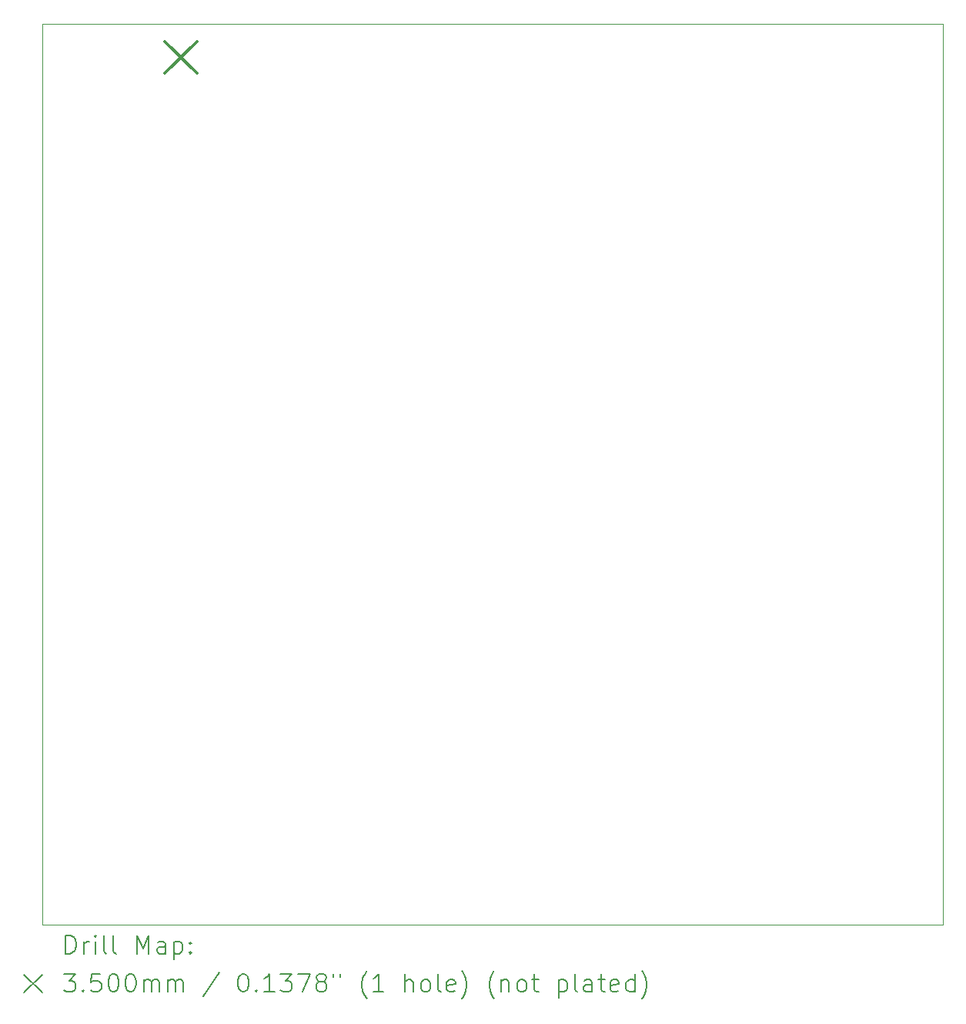
<source format=gbr>
%TF.GenerationSoftware,KiCad,Pcbnew,8.0.5*%
%TF.CreationDate,2024-10-04T16:13:09+02:00*%
%TF.ProjectId,at90s8535,61743930-7338-4353-9335-2e6b69636164,V1.0*%
%TF.SameCoordinates,Original*%
%TF.FileFunction,Drillmap*%
%TF.FilePolarity,Positive*%
%FSLAX45Y45*%
G04 Gerber Fmt 4.5, Leading zero omitted, Abs format (unit mm)*
G04 Created by KiCad (PCBNEW 8.0.5) date 2024-10-04 16:13:09*
%MOMM*%
%LPD*%
G01*
G04 APERTURE LIST*
%ADD10C,0.050000*%
%ADD11C,0.200000*%
%ADD12C,0.350000*%
G04 APERTURE END LIST*
D10*
X-4953000Y4953000D02*
X4953000Y4953000D01*
X4953000Y-4953000D02*
X-4953000Y-4953000D01*
X-4953000Y-4953000D02*
X-4953000Y4953000D01*
X4953000Y4953000D02*
X4953000Y-4953000D01*
D11*
D12*
X-3604000Y4762000D02*
X-3254000Y4412000D01*
X-3254000Y4762000D02*
X-3604000Y4412000D01*
D11*
X-4694723Y-5266984D02*
X-4694723Y-5066984D01*
X-4694723Y-5066984D02*
X-4647104Y-5066984D01*
X-4647104Y-5066984D02*
X-4618533Y-5076508D01*
X-4618533Y-5076508D02*
X-4599485Y-5095555D01*
X-4599485Y-5095555D02*
X-4589961Y-5114603D01*
X-4589961Y-5114603D02*
X-4580437Y-5152698D01*
X-4580437Y-5152698D02*
X-4580437Y-5181270D01*
X-4580437Y-5181270D02*
X-4589961Y-5219365D01*
X-4589961Y-5219365D02*
X-4599485Y-5238412D01*
X-4599485Y-5238412D02*
X-4618533Y-5257460D01*
X-4618533Y-5257460D02*
X-4647104Y-5266984D01*
X-4647104Y-5266984D02*
X-4694723Y-5266984D01*
X-4494723Y-5266984D02*
X-4494723Y-5133650D01*
X-4494723Y-5171746D02*
X-4485199Y-5152698D01*
X-4485199Y-5152698D02*
X-4475676Y-5143174D01*
X-4475676Y-5143174D02*
X-4456628Y-5133650D01*
X-4456628Y-5133650D02*
X-4437580Y-5133650D01*
X-4370914Y-5266984D02*
X-4370914Y-5133650D01*
X-4370914Y-5066984D02*
X-4380437Y-5076508D01*
X-4380437Y-5076508D02*
X-4370914Y-5086031D01*
X-4370914Y-5086031D02*
X-4361390Y-5076508D01*
X-4361390Y-5076508D02*
X-4370914Y-5066984D01*
X-4370914Y-5066984D02*
X-4370914Y-5086031D01*
X-4247104Y-5266984D02*
X-4266152Y-5257460D01*
X-4266152Y-5257460D02*
X-4275676Y-5238412D01*
X-4275676Y-5238412D02*
X-4275676Y-5066984D01*
X-4142342Y-5266984D02*
X-4161390Y-5257460D01*
X-4161390Y-5257460D02*
X-4170914Y-5238412D01*
X-4170914Y-5238412D02*
X-4170914Y-5066984D01*
X-3913771Y-5266984D02*
X-3913771Y-5066984D01*
X-3913771Y-5066984D02*
X-3847104Y-5209841D01*
X-3847104Y-5209841D02*
X-3780437Y-5066984D01*
X-3780437Y-5066984D02*
X-3780437Y-5266984D01*
X-3599485Y-5266984D02*
X-3599485Y-5162222D01*
X-3599485Y-5162222D02*
X-3609009Y-5143174D01*
X-3609009Y-5143174D02*
X-3628056Y-5133650D01*
X-3628056Y-5133650D02*
X-3666152Y-5133650D01*
X-3666152Y-5133650D02*
X-3685199Y-5143174D01*
X-3599485Y-5257460D02*
X-3618533Y-5266984D01*
X-3618533Y-5266984D02*
X-3666152Y-5266984D01*
X-3666152Y-5266984D02*
X-3685199Y-5257460D01*
X-3685199Y-5257460D02*
X-3694723Y-5238412D01*
X-3694723Y-5238412D02*
X-3694723Y-5219365D01*
X-3694723Y-5219365D02*
X-3685199Y-5200317D01*
X-3685199Y-5200317D02*
X-3666152Y-5190793D01*
X-3666152Y-5190793D02*
X-3618533Y-5190793D01*
X-3618533Y-5190793D02*
X-3599485Y-5181270D01*
X-3504247Y-5133650D02*
X-3504247Y-5333650D01*
X-3504247Y-5143174D02*
X-3485199Y-5133650D01*
X-3485199Y-5133650D02*
X-3447104Y-5133650D01*
X-3447104Y-5133650D02*
X-3428056Y-5143174D01*
X-3428056Y-5143174D02*
X-3418533Y-5152698D01*
X-3418533Y-5152698D02*
X-3409009Y-5171746D01*
X-3409009Y-5171746D02*
X-3409009Y-5228889D01*
X-3409009Y-5228889D02*
X-3418533Y-5247936D01*
X-3418533Y-5247936D02*
X-3428056Y-5257460D01*
X-3428056Y-5257460D02*
X-3447104Y-5266984D01*
X-3447104Y-5266984D02*
X-3485199Y-5266984D01*
X-3485199Y-5266984D02*
X-3504247Y-5257460D01*
X-3323294Y-5247936D02*
X-3313771Y-5257460D01*
X-3313771Y-5257460D02*
X-3323294Y-5266984D01*
X-3323294Y-5266984D02*
X-3332818Y-5257460D01*
X-3332818Y-5257460D02*
X-3323294Y-5247936D01*
X-3323294Y-5247936D02*
X-3323294Y-5266984D01*
X-3323294Y-5143174D02*
X-3313771Y-5152698D01*
X-3313771Y-5152698D02*
X-3323294Y-5162222D01*
X-3323294Y-5162222D02*
X-3332818Y-5152698D01*
X-3332818Y-5152698D02*
X-3323294Y-5143174D01*
X-3323294Y-5143174D02*
X-3323294Y-5162222D01*
X-5155500Y-5495500D02*
X-4955500Y-5695500D01*
X-4955500Y-5495500D02*
X-5155500Y-5695500D01*
X-4713771Y-5486984D02*
X-4589961Y-5486984D01*
X-4589961Y-5486984D02*
X-4656628Y-5563174D01*
X-4656628Y-5563174D02*
X-4628056Y-5563174D01*
X-4628056Y-5563174D02*
X-4609009Y-5572698D01*
X-4609009Y-5572698D02*
X-4599485Y-5582222D01*
X-4599485Y-5582222D02*
X-4589961Y-5601269D01*
X-4589961Y-5601269D02*
X-4589961Y-5648888D01*
X-4589961Y-5648888D02*
X-4599485Y-5667936D01*
X-4599485Y-5667936D02*
X-4609009Y-5677460D01*
X-4609009Y-5677460D02*
X-4628056Y-5686984D01*
X-4628056Y-5686984D02*
X-4685199Y-5686984D01*
X-4685199Y-5686984D02*
X-4704247Y-5677460D01*
X-4704247Y-5677460D02*
X-4713771Y-5667936D01*
X-4504247Y-5667936D02*
X-4494723Y-5677460D01*
X-4494723Y-5677460D02*
X-4504247Y-5686984D01*
X-4504247Y-5686984D02*
X-4513771Y-5677460D01*
X-4513771Y-5677460D02*
X-4504247Y-5667936D01*
X-4504247Y-5667936D02*
X-4504247Y-5686984D01*
X-4313771Y-5486984D02*
X-4409009Y-5486984D01*
X-4409009Y-5486984D02*
X-4418533Y-5582222D01*
X-4418533Y-5582222D02*
X-4409009Y-5572698D01*
X-4409009Y-5572698D02*
X-4389961Y-5563174D01*
X-4389961Y-5563174D02*
X-4342342Y-5563174D01*
X-4342342Y-5563174D02*
X-4323295Y-5572698D01*
X-4323295Y-5572698D02*
X-4313771Y-5582222D01*
X-4313771Y-5582222D02*
X-4304247Y-5601269D01*
X-4304247Y-5601269D02*
X-4304247Y-5648888D01*
X-4304247Y-5648888D02*
X-4313771Y-5667936D01*
X-4313771Y-5667936D02*
X-4323295Y-5677460D01*
X-4323295Y-5677460D02*
X-4342342Y-5686984D01*
X-4342342Y-5686984D02*
X-4389961Y-5686984D01*
X-4389961Y-5686984D02*
X-4409009Y-5677460D01*
X-4409009Y-5677460D02*
X-4418533Y-5667936D01*
X-4180437Y-5486984D02*
X-4161390Y-5486984D01*
X-4161390Y-5486984D02*
X-4142342Y-5496508D01*
X-4142342Y-5496508D02*
X-4132818Y-5506031D01*
X-4132818Y-5506031D02*
X-4123294Y-5525079D01*
X-4123294Y-5525079D02*
X-4113771Y-5563174D01*
X-4113771Y-5563174D02*
X-4113771Y-5610793D01*
X-4113771Y-5610793D02*
X-4123294Y-5648888D01*
X-4123294Y-5648888D02*
X-4132818Y-5667936D01*
X-4132818Y-5667936D02*
X-4142342Y-5677460D01*
X-4142342Y-5677460D02*
X-4161390Y-5686984D01*
X-4161390Y-5686984D02*
X-4180437Y-5686984D01*
X-4180437Y-5686984D02*
X-4199485Y-5677460D01*
X-4199485Y-5677460D02*
X-4209009Y-5667936D01*
X-4209009Y-5667936D02*
X-4218533Y-5648888D01*
X-4218533Y-5648888D02*
X-4228056Y-5610793D01*
X-4228056Y-5610793D02*
X-4228056Y-5563174D01*
X-4228056Y-5563174D02*
X-4218533Y-5525079D01*
X-4218533Y-5525079D02*
X-4209009Y-5506031D01*
X-4209009Y-5506031D02*
X-4199485Y-5496508D01*
X-4199485Y-5496508D02*
X-4180437Y-5486984D01*
X-3989961Y-5486984D02*
X-3970913Y-5486984D01*
X-3970913Y-5486984D02*
X-3951866Y-5496508D01*
X-3951866Y-5496508D02*
X-3942342Y-5506031D01*
X-3942342Y-5506031D02*
X-3932818Y-5525079D01*
X-3932818Y-5525079D02*
X-3923294Y-5563174D01*
X-3923294Y-5563174D02*
X-3923294Y-5610793D01*
X-3923294Y-5610793D02*
X-3932818Y-5648888D01*
X-3932818Y-5648888D02*
X-3942342Y-5667936D01*
X-3942342Y-5667936D02*
X-3951866Y-5677460D01*
X-3951866Y-5677460D02*
X-3970913Y-5686984D01*
X-3970913Y-5686984D02*
X-3989961Y-5686984D01*
X-3989961Y-5686984D02*
X-4009009Y-5677460D01*
X-4009009Y-5677460D02*
X-4018533Y-5667936D01*
X-4018533Y-5667936D02*
X-4028056Y-5648888D01*
X-4028056Y-5648888D02*
X-4037580Y-5610793D01*
X-4037580Y-5610793D02*
X-4037580Y-5563174D01*
X-4037580Y-5563174D02*
X-4028056Y-5525079D01*
X-4028056Y-5525079D02*
X-4018533Y-5506031D01*
X-4018533Y-5506031D02*
X-4009009Y-5496508D01*
X-4009009Y-5496508D02*
X-3989961Y-5486984D01*
X-3837580Y-5686984D02*
X-3837580Y-5553650D01*
X-3837580Y-5572698D02*
X-3828056Y-5563174D01*
X-3828056Y-5563174D02*
X-3809009Y-5553650D01*
X-3809009Y-5553650D02*
X-3780437Y-5553650D01*
X-3780437Y-5553650D02*
X-3761390Y-5563174D01*
X-3761390Y-5563174D02*
X-3751866Y-5582222D01*
X-3751866Y-5582222D02*
X-3751866Y-5686984D01*
X-3751866Y-5582222D02*
X-3742342Y-5563174D01*
X-3742342Y-5563174D02*
X-3723294Y-5553650D01*
X-3723294Y-5553650D02*
X-3694723Y-5553650D01*
X-3694723Y-5553650D02*
X-3675675Y-5563174D01*
X-3675675Y-5563174D02*
X-3666152Y-5582222D01*
X-3666152Y-5582222D02*
X-3666152Y-5686984D01*
X-3570913Y-5686984D02*
X-3570913Y-5553650D01*
X-3570913Y-5572698D02*
X-3561390Y-5563174D01*
X-3561390Y-5563174D02*
X-3542342Y-5553650D01*
X-3542342Y-5553650D02*
X-3513771Y-5553650D01*
X-3513771Y-5553650D02*
X-3494723Y-5563174D01*
X-3494723Y-5563174D02*
X-3485199Y-5582222D01*
X-3485199Y-5582222D02*
X-3485199Y-5686984D01*
X-3485199Y-5582222D02*
X-3475675Y-5563174D01*
X-3475675Y-5563174D02*
X-3456628Y-5553650D01*
X-3456628Y-5553650D02*
X-3428056Y-5553650D01*
X-3428056Y-5553650D02*
X-3409009Y-5563174D01*
X-3409009Y-5563174D02*
X-3399485Y-5582222D01*
X-3399485Y-5582222D02*
X-3399485Y-5686984D01*
X-3009009Y-5477460D02*
X-3180437Y-5734603D01*
X-2751866Y-5486984D02*
X-2732818Y-5486984D01*
X-2732818Y-5486984D02*
X-2713771Y-5496508D01*
X-2713771Y-5496508D02*
X-2704247Y-5506031D01*
X-2704247Y-5506031D02*
X-2694723Y-5525079D01*
X-2694723Y-5525079D02*
X-2685199Y-5563174D01*
X-2685199Y-5563174D02*
X-2685199Y-5610793D01*
X-2685199Y-5610793D02*
X-2694723Y-5648888D01*
X-2694723Y-5648888D02*
X-2704247Y-5667936D01*
X-2704247Y-5667936D02*
X-2713771Y-5677460D01*
X-2713771Y-5677460D02*
X-2732818Y-5686984D01*
X-2732818Y-5686984D02*
X-2751866Y-5686984D01*
X-2751866Y-5686984D02*
X-2770913Y-5677460D01*
X-2770913Y-5677460D02*
X-2780437Y-5667936D01*
X-2780437Y-5667936D02*
X-2789961Y-5648888D01*
X-2789961Y-5648888D02*
X-2799485Y-5610793D01*
X-2799485Y-5610793D02*
X-2799485Y-5563174D01*
X-2799485Y-5563174D02*
X-2789961Y-5525079D01*
X-2789961Y-5525079D02*
X-2780437Y-5506031D01*
X-2780437Y-5506031D02*
X-2770913Y-5496508D01*
X-2770913Y-5496508D02*
X-2751866Y-5486984D01*
X-2599485Y-5667936D02*
X-2589961Y-5677460D01*
X-2589961Y-5677460D02*
X-2599485Y-5686984D01*
X-2599485Y-5686984D02*
X-2609009Y-5677460D01*
X-2609009Y-5677460D02*
X-2599485Y-5667936D01*
X-2599485Y-5667936D02*
X-2599485Y-5686984D01*
X-2399485Y-5686984D02*
X-2513771Y-5686984D01*
X-2456628Y-5686984D02*
X-2456628Y-5486984D01*
X-2456628Y-5486984D02*
X-2475675Y-5515555D01*
X-2475675Y-5515555D02*
X-2494723Y-5534603D01*
X-2494723Y-5534603D02*
X-2513771Y-5544127D01*
X-2332818Y-5486984D02*
X-2209009Y-5486984D01*
X-2209009Y-5486984D02*
X-2275675Y-5563174D01*
X-2275675Y-5563174D02*
X-2247104Y-5563174D01*
X-2247104Y-5563174D02*
X-2228056Y-5572698D01*
X-2228056Y-5572698D02*
X-2218532Y-5582222D01*
X-2218532Y-5582222D02*
X-2209009Y-5601269D01*
X-2209009Y-5601269D02*
X-2209009Y-5648888D01*
X-2209009Y-5648888D02*
X-2218532Y-5667936D01*
X-2218532Y-5667936D02*
X-2228056Y-5677460D01*
X-2228056Y-5677460D02*
X-2247104Y-5686984D01*
X-2247104Y-5686984D02*
X-2304247Y-5686984D01*
X-2304247Y-5686984D02*
X-2323294Y-5677460D01*
X-2323294Y-5677460D02*
X-2332818Y-5667936D01*
X-2142342Y-5486984D02*
X-2009009Y-5486984D01*
X-2009009Y-5486984D02*
X-2094723Y-5686984D01*
X-1904247Y-5572698D02*
X-1923294Y-5563174D01*
X-1923294Y-5563174D02*
X-1932818Y-5553650D01*
X-1932818Y-5553650D02*
X-1942342Y-5534603D01*
X-1942342Y-5534603D02*
X-1942342Y-5525079D01*
X-1942342Y-5525079D02*
X-1932818Y-5506031D01*
X-1932818Y-5506031D02*
X-1923294Y-5496508D01*
X-1923294Y-5496508D02*
X-1904247Y-5486984D01*
X-1904247Y-5486984D02*
X-1866151Y-5486984D01*
X-1866151Y-5486984D02*
X-1847104Y-5496508D01*
X-1847104Y-5496508D02*
X-1837580Y-5506031D01*
X-1837580Y-5506031D02*
X-1828056Y-5525079D01*
X-1828056Y-5525079D02*
X-1828056Y-5534603D01*
X-1828056Y-5534603D02*
X-1837580Y-5553650D01*
X-1837580Y-5553650D02*
X-1847104Y-5563174D01*
X-1847104Y-5563174D02*
X-1866151Y-5572698D01*
X-1866151Y-5572698D02*
X-1904247Y-5572698D01*
X-1904247Y-5572698D02*
X-1923294Y-5582222D01*
X-1923294Y-5582222D02*
X-1932818Y-5591746D01*
X-1932818Y-5591746D02*
X-1942342Y-5610793D01*
X-1942342Y-5610793D02*
X-1942342Y-5648888D01*
X-1942342Y-5648888D02*
X-1932818Y-5667936D01*
X-1932818Y-5667936D02*
X-1923294Y-5677460D01*
X-1923294Y-5677460D02*
X-1904247Y-5686984D01*
X-1904247Y-5686984D02*
X-1866151Y-5686984D01*
X-1866151Y-5686984D02*
X-1847104Y-5677460D01*
X-1847104Y-5677460D02*
X-1837580Y-5667936D01*
X-1837580Y-5667936D02*
X-1828056Y-5648888D01*
X-1828056Y-5648888D02*
X-1828056Y-5610793D01*
X-1828056Y-5610793D02*
X-1837580Y-5591746D01*
X-1837580Y-5591746D02*
X-1847104Y-5582222D01*
X-1847104Y-5582222D02*
X-1866151Y-5572698D01*
X-1751866Y-5486984D02*
X-1751866Y-5525079D01*
X-1675675Y-5486984D02*
X-1675675Y-5525079D01*
X-1380437Y-5763174D02*
X-1389961Y-5753650D01*
X-1389961Y-5753650D02*
X-1409008Y-5725079D01*
X-1409008Y-5725079D02*
X-1418532Y-5706031D01*
X-1418532Y-5706031D02*
X-1428056Y-5677460D01*
X-1428056Y-5677460D02*
X-1437580Y-5629841D01*
X-1437580Y-5629841D02*
X-1437580Y-5591746D01*
X-1437580Y-5591746D02*
X-1428056Y-5544127D01*
X-1428056Y-5544127D02*
X-1418532Y-5515555D01*
X-1418532Y-5515555D02*
X-1409008Y-5496508D01*
X-1409008Y-5496508D02*
X-1389961Y-5467936D01*
X-1389961Y-5467936D02*
X-1380437Y-5458412D01*
X-1199485Y-5686984D02*
X-1313770Y-5686984D01*
X-1256628Y-5686984D02*
X-1256628Y-5486984D01*
X-1256628Y-5486984D02*
X-1275675Y-5515555D01*
X-1275675Y-5515555D02*
X-1294723Y-5534603D01*
X-1294723Y-5534603D02*
X-1313770Y-5544127D01*
X-961389Y-5686984D02*
X-961389Y-5486984D01*
X-875675Y-5686984D02*
X-875675Y-5582222D01*
X-875675Y-5582222D02*
X-885199Y-5563174D01*
X-885199Y-5563174D02*
X-904246Y-5553650D01*
X-904246Y-5553650D02*
X-932818Y-5553650D01*
X-932818Y-5553650D02*
X-951866Y-5563174D01*
X-951866Y-5563174D02*
X-961389Y-5572698D01*
X-751866Y-5686984D02*
X-770913Y-5677460D01*
X-770913Y-5677460D02*
X-780437Y-5667936D01*
X-780437Y-5667936D02*
X-789961Y-5648888D01*
X-789961Y-5648888D02*
X-789961Y-5591746D01*
X-789961Y-5591746D02*
X-780437Y-5572698D01*
X-780437Y-5572698D02*
X-770913Y-5563174D01*
X-770913Y-5563174D02*
X-751866Y-5553650D01*
X-751866Y-5553650D02*
X-723294Y-5553650D01*
X-723294Y-5553650D02*
X-704246Y-5563174D01*
X-704246Y-5563174D02*
X-694723Y-5572698D01*
X-694723Y-5572698D02*
X-685199Y-5591746D01*
X-685199Y-5591746D02*
X-685199Y-5648888D01*
X-685199Y-5648888D02*
X-694723Y-5667936D01*
X-694723Y-5667936D02*
X-704246Y-5677460D01*
X-704246Y-5677460D02*
X-723294Y-5686984D01*
X-723294Y-5686984D02*
X-751866Y-5686984D01*
X-570913Y-5686984D02*
X-589961Y-5677460D01*
X-589961Y-5677460D02*
X-599485Y-5658412D01*
X-599485Y-5658412D02*
X-599485Y-5486984D01*
X-418532Y-5677460D02*
X-437580Y-5686984D01*
X-437580Y-5686984D02*
X-475675Y-5686984D01*
X-475675Y-5686984D02*
X-494723Y-5677460D01*
X-494723Y-5677460D02*
X-504246Y-5658412D01*
X-504246Y-5658412D02*
X-504246Y-5582222D01*
X-504246Y-5582222D02*
X-494723Y-5563174D01*
X-494723Y-5563174D02*
X-475675Y-5553650D01*
X-475675Y-5553650D02*
X-437580Y-5553650D01*
X-437580Y-5553650D02*
X-418532Y-5563174D01*
X-418532Y-5563174D02*
X-409008Y-5582222D01*
X-409008Y-5582222D02*
X-409008Y-5601269D01*
X-409008Y-5601269D02*
X-504246Y-5620317D01*
X-342342Y-5763174D02*
X-332818Y-5753650D01*
X-332818Y-5753650D02*
X-313770Y-5725079D01*
X-313770Y-5725079D02*
X-304247Y-5706031D01*
X-304247Y-5706031D02*
X-294723Y-5677460D01*
X-294723Y-5677460D02*
X-285199Y-5629841D01*
X-285199Y-5629841D02*
X-285199Y-5591746D01*
X-285199Y-5591746D02*
X-294723Y-5544127D01*
X-294723Y-5544127D02*
X-304247Y-5515555D01*
X-304247Y-5515555D02*
X-313770Y-5496508D01*
X-313770Y-5496508D02*
X-332818Y-5467936D01*
X-332818Y-5467936D02*
X-342342Y-5458412D01*
X19563Y-5763174D02*
X10039Y-5753650D01*
X10039Y-5753650D02*
X-9008Y-5725079D01*
X-9008Y-5725079D02*
X-18532Y-5706031D01*
X-18532Y-5706031D02*
X-28056Y-5677460D01*
X-28056Y-5677460D02*
X-37580Y-5629841D01*
X-37580Y-5629841D02*
X-37580Y-5591746D01*
X-37580Y-5591746D02*
X-28056Y-5544127D01*
X-28056Y-5544127D02*
X-18532Y-5515555D01*
X-18532Y-5515555D02*
X-9008Y-5496508D01*
X-9008Y-5496508D02*
X10039Y-5467936D01*
X10039Y-5467936D02*
X19563Y-5458412D01*
X95753Y-5553650D02*
X95753Y-5686984D01*
X95753Y-5572698D02*
X105277Y-5563174D01*
X105277Y-5563174D02*
X124325Y-5553650D01*
X124325Y-5553650D02*
X152896Y-5553650D01*
X152896Y-5553650D02*
X171944Y-5563174D01*
X171944Y-5563174D02*
X181468Y-5582222D01*
X181468Y-5582222D02*
X181468Y-5686984D01*
X305277Y-5686984D02*
X286230Y-5677460D01*
X286230Y-5677460D02*
X276706Y-5667936D01*
X276706Y-5667936D02*
X267182Y-5648888D01*
X267182Y-5648888D02*
X267182Y-5591746D01*
X267182Y-5591746D02*
X276706Y-5572698D01*
X276706Y-5572698D02*
X286230Y-5563174D01*
X286230Y-5563174D02*
X305277Y-5553650D01*
X305277Y-5553650D02*
X333849Y-5553650D01*
X333849Y-5553650D02*
X352896Y-5563174D01*
X352896Y-5563174D02*
X362420Y-5572698D01*
X362420Y-5572698D02*
X371944Y-5591746D01*
X371944Y-5591746D02*
X371944Y-5648888D01*
X371944Y-5648888D02*
X362420Y-5667936D01*
X362420Y-5667936D02*
X352896Y-5677460D01*
X352896Y-5677460D02*
X333849Y-5686984D01*
X333849Y-5686984D02*
X305277Y-5686984D01*
X429087Y-5553650D02*
X505277Y-5553650D01*
X457658Y-5486984D02*
X457658Y-5658412D01*
X457658Y-5658412D02*
X467182Y-5677460D01*
X467182Y-5677460D02*
X486230Y-5686984D01*
X486230Y-5686984D02*
X505277Y-5686984D01*
X724325Y-5553650D02*
X724325Y-5753650D01*
X724325Y-5563174D02*
X743372Y-5553650D01*
X743372Y-5553650D02*
X781468Y-5553650D01*
X781468Y-5553650D02*
X800515Y-5563174D01*
X800515Y-5563174D02*
X810039Y-5572698D01*
X810039Y-5572698D02*
X819563Y-5591746D01*
X819563Y-5591746D02*
X819563Y-5648888D01*
X819563Y-5648888D02*
X810039Y-5667936D01*
X810039Y-5667936D02*
X800515Y-5677460D01*
X800515Y-5677460D02*
X781468Y-5686984D01*
X781468Y-5686984D02*
X743372Y-5686984D01*
X743372Y-5686984D02*
X724325Y-5677460D01*
X933849Y-5686984D02*
X914801Y-5677460D01*
X914801Y-5677460D02*
X905277Y-5658412D01*
X905277Y-5658412D02*
X905277Y-5486984D01*
X1095754Y-5686984D02*
X1095754Y-5582222D01*
X1095754Y-5582222D02*
X1086230Y-5563174D01*
X1086230Y-5563174D02*
X1067182Y-5553650D01*
X1067182Y-5553650D02*
X1029087Y-5553650D01*
X1029087Y-5553650D02*
X1010039Y-5563174D01*
X1095754Y-5677460D02*
X1076706Y-5686984D01*
X1076706Y-5686984D02*
X1029087Y-5686984D01*
X1029087Y-5686984D02*
X1010039Y-5677460D01*
X1010039Y-5677460D02*
X1000515Y-5658412D01*
X1000515Y-5658412D02*
X1000515Y-5639365D01*
X1000515Y-5639365D02*
X1010039Y-5620317D01*
X1010039Y-5620317D02*
X1029087Y-5610793D01*
X1029087Y-5610793D02*
X1076706Y-5610793D01*
X1076706Y-5610793D02*
X1095754Y-5601269D01*
X1162420Y-5553650D02*
X1238611Y-5553650D01*
X1190992Y-5486984D02*
X1190992Y-5658412D01*
X1190992Y-5658412D02*
X1200515Y-5677460D01*
X1200515Y-5677460D02*
X1219563Y-5686984D01*
X1219563Y-5686984D02*
X1238611Y-5686984D01*
X1381468Y-5677460D02*
X1362420Y-5686984D01*
X1362420Y-5686984D02*
X1324325Y-5686984D01*
X1324325Y-5686984D02*
X1305277Y-5677460D01*
X1305277Y-5677460D02*
X1295754Y-5658412D01*
X1295754Y-5658412D02*
X1295754Y-5582222D01*
X1295754Y-5582222D02*
X1305277Y-5563174D01*
X1305277Y-5563174D02*
X1324325Y-5553650D01*
X1324325Y-5553650D02*
X1362420Y-5553650D01*
X1362420Y-5553650D02*
X1381468Y-5563174D01*
X1381468Y-5563174D02*
X1390992Y-5582222D01*
X1390992Y-5582222D02*
X1390992Y-5601269D01*
X1390992Y-5601269D02*
X1295754Y-5620317D01*
X1562420Y-5686984D02*
X1562420Y-5486984D01*
X1562420Y-5677460D02*
X1543373Y-5686984D01*
X1543373Y-5686984D02*
X1505277Y-5686984D01*
X1505277Y-5686984D02*
X1486230Y-5677460D01*
X1486230Y-5677460D02*
X1476706Y-5667936D01*
X1476706Y-5667936D02*
X1467182Y-5648888D01*
X1467182Y-5648888D02*
X1467182Y-5591746D01*
X1467182Y-5591746D02*
X1476706Y-5572698D01*
X1476706Y-5572698D02*
X1486230Y-5563174D01*
X1486230Y-5563174D02*
X1505277Y-5553650D01*
X1505277Y-5553650D02*
X1543373Y-5553650D01*
X1543373Y-5553650D02*
X1562420Y-5563174D01*
X1638611Y-5763174D02*
X1648134Y-5753650D01*
X1648134Y-5753650D02*
X1667182Y-5725079D01*
X1667182Y-5725079D02*
X1676706Y-5706031D01*
X1676706Y-5706031D02*
X1686230Y-5677460D01*
X1686230Y-5677460D02*
X1695753Y-5629841D01*
X1695753Y-5629841D02*
X1695753Y-5591746D01*
X1695753Y-5591746D02*
X1686230Y-5544127D01*
X1686230Y-5544127D02*
X1676706Y-5515555D01*
X1676706Y-5515555D02*
X1667182Y-5496508D01*
X1667182Y-5496508D02*
X1648134Y-5467936D01*
X1648134Y-5467936D02*
X1638611Y-5458412D01*
M02*

</source>
